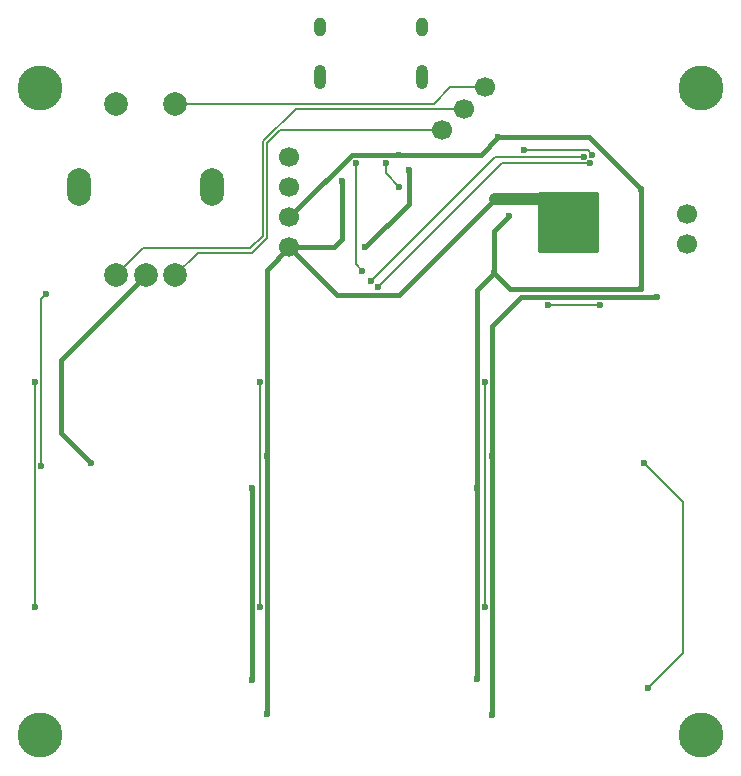
<source format=gbr>
G04 #@! TF.GenerationSoftware,KiCad,Pcbnew,(5.1.11)-1*
G04 #@! TF.CreationDate,2022-09-22T16:50:08+07:00*
G04 #@! TF.ProjectId,Satxri6key,53617478-7269-4366-9b65-792e6b696361,rev?*
G04 #@! TF.SameCoordinates,Original*
G04 #@! TF.FileFunction,Copper,L1,Top*
G04 #@! TF.FilePolarity,Positive*
%FSLAX45Y45*%
G04 Gerber Fmt 4.5, Leading zero omitted, Abs format (unit mm)*
G04 Created by KiCad (PCBNEW (5.1.11)-1) date 2022-09-22 16:50:08*
%MOMM*%
%LPD*%
G01*
G04 APERTURE LIST*
G04 #@! TA.AperFunction,ComponentPad*
%ADD10C,1.700000*%
G04 #@! TD*
G04 #@! TA.AperFunction,ComponentPad*
%ADD11C,2.000000*%
G04 #@! TD*
G04 #@! TA.AperFunction,ComponentPad*
%ADD12O,2.000000X3.200000*%
G04 #@! TD*
G04 #@! TA.AperFunction,ComponentPad*
%ADD13C,3.800000*%
G04 #@! TD*
G04 #@! TA.AperFunction,ComponentPad*
%ADD14O,1.000000X1.600000*%
G04 #@! TD*
G04 #@! TA.AperFunction,ComponentPad*
%ADD15O,1.000000X2.100000*%
G04 #@! TD*
G04 #@! TA.AperFunction,ComponentPad*
%ADD16C,0.500000*%
G04 #@! TD*
G04 #@! TA.AperFunction,ViaPad*
%ADD17C,0.600000*%
G04 #@! TD*
G04 #@! TA.AperFunction,Conductor*
%ADD18C,0.400000*%
G04 #@! TD*
G04 #@! TA.AperFunction,Conductor*
%ADD19C,1.000000*%
G04 #@! TD*
G04 #@! TA.AperFunction,Conductor*
%ADD20C,0.200000*%
G04 #@! TD*
G04 APERTURE END LIST*
D10*
X25981600Y-10039400D03*
X25981600Y-9785400D03*
X25981600Y-9531400D03*
X25981600Y-9277400D03*
D11*
X24515104Y-10275040D03*
X24765104Y-10275040D03*
X25015104Y-10275040D03*
D12*
X24205104Y-9525040D03*
X25325104Y-9525040D03*
D11*
X24515104Y-8825040D03*
X25015104Y-8825040D03*
D10*
X27457400Y-8864600D03*
X27277795Y-9044205D03*
X27637005Y-8684995D03*
D13*
X23872051Y-8691570D03*
X29467993Y-14168449D03*
X29467993Y-8691570D03*
X23872051Y-14168449D03*
D10*
X29349029Y-10009229D03*
X29349029Y-9755229D03*
D14*
X27102112Y-8177689D03*
X26238112Y-8177689D03*
D15*
X27102112Y-8595690D03*
X26238112Y-8595690D03*
D16*
X28111400Y-10064800D03*
X28228900Y-10064800D03*
X28346400Y-10064800D03*
X28463900Y-10064800D03*
X28581400Y-10064800D03*
X28111400Y-9947300D03*
X28228900Y-9947300D03*
X28346400Y-9947300D03*
X28463900Y-9947300D03*
X28581400Y-9947300D03*
X28111400Y-9829800D03*
X28228900Y-9829800D03*
X28346400Y-9829800D03*
X28463900Y-9829800D03*
X28581400Y-9829800D03*
X28111400Y-9712300D03*
X28228900Y-9712300D03*
X28346400Y-9712300D03*
X28463900Y-9712300D03*
X28581400Y-9712300D03*
X28111400Y-9594800D03*
X28228900Y-9594800D03*
X28346400Y-9594800D03*
X28463900Y-9594800D03*
X28581400Y-9594800D03*
G04 #@! TA.AperFunction,SMDPad,CuDef*
G36*
G01*
X28086400Y-10064800D02*
X28086400Y-9594800D01*
G75*
G02*
X28111400Y-9569800I25000J0D01*
G01*
X28581400Y-9569800D01*
G75*
G02*
X28606400Y-9594800I0J-25000D01*
G01*
X28606400Y-10064800D01*
G75*
G02*
X28581400Y-10089800I-25000J0D01*
G01*
X28111400Y-10089800D01*
G75*
G02*
X28086400Y-10064800I0J25000D01*
G01*
G37*
G04 #@! TD.AperFunction*
D17*
X25664960Y-13698690D03*
X25667269Y-12077131D03*
X27569960Y-13692340D03*
X27569960Y-12079440D03*
X26914520Y-9255080D03*
X27752040Y-9108440D03*
X28956000Y-10393680D03*
X28956000Y-9545320D03*
X27716480Y-10256520D03*
X27843480Y-9774560D03*
X27700440Y-13996200D03*
X27700440Y-11801640D03*
X25795440Y-11804180D03*
X25795440Y-13991120D03*
X26992500Y-9385380D03*
X26620745Y-10039625D03*
X26428288Y-9476328D03*
X29095700Y-10458920D03*
X24305083Y-11863000D03*
X26545000Y-9323800D03*
X26600785Y-10239375D03*
X26802080Y-9326880D03*
X26913840Y-9525000D03*
X27971750Y-9215760D03*
X28547231Y-9253086D03*
X28982600Y-11863000D03*
X29020700Y-13768000D03*
X28168600Y-10528300D03*
X28613100Y-10528300D03*
X23825200Y-11176000D03*
X23825200Y-13081000D03*
X25730200Y-11176000D03*
X25730200Y-13081000D03*
X27635200Y-11176000D03*
X27635200Y-13081000D03*
X26670000Y-10323200D03*
X28473400Y-9271000D03*
X26731103Y-10378440D03*
X28529635Y-9326240D03*
X23880440Y-11887200D03*
X23926170Y-10433680D03*
D18*
X25664960Y-12075960D02*
X25664960Y-13698690D01*
X27569960Y-12075960D02*
X27569960Y-12079440D01*
X27569960Y-12079440D02*
X27569960Y-13692340D01*
X26067625Y-9700625D02*
X25982625Y-9785625D01*
X26513170Y-9255080D02*
X26067625Y-9700625D01*
X26914520Y-9255080D02*
X26513170Y-9255080D01*
X28956000Y-9545320D02*
X28956000Y-9545320D01*
X27752040Y-9108440D02*
X28519120Y-9108440D01*
X28519120Y-9108440D02*
X28956000Y-9545320D01*
X28956000Y-9545320D02*
X28956000Y-10393680D01*
X27569960Y-12079440D02*
X27569960Y-10403040D01*
X27569960Y-10403040D02*
X27716480Y-10256520D01*
X27716480Y-10256520D02*
X27716480Y-9901560D01*
X27716480Y-9901560D02*
X27843480Y-9774560D01*
X27853640Y-10393680D02*
X27716480Y-10256520D01*
X28956000Y-10393680D02*
X27853640Y-10393680D01*
X27605400Y-9255080D02*
X27752040Y-9108440D01*
X26914520Y-9255080D02*
X27605400Y-9255080D01*
X27700440Y-13996200D02*
X27700440Y-11801640D01*
X25795440Y-13991120D02*
X25795440Y-11804180D01*
X26992500Y-9667870D02*
X26992500Y-9385380D01*
X26620745Y-10039625D02*
X26992500Y-9667870D01*
X25982625Y-10039625D02*
X26358575Y-10039625D01*
X26428288Y-9969912D02*
X26428288Y-9476328D01*
X26358575Y-10039625D02*
X26428288Y-9969912D01*
X25795440Y-10226810D02*
X25982625Y-10039625D01*
X25795440Y-11804180D02*
X25795440Y-10226810D01*
X27700440Y-11801640D02*
X27700440Y-10704360D01*
X27945880Y-10458920D02*
X27700440Y-10704360D01*
X29095700Y-10458920D02*
X27945880Y-10458920D01*
X26386680Y-10443680D02*
X25982625Y-10039625D01*
X27724100Y-9632950D02*
X26913370Y-10443680D01*
X28346400Y-9829800D02*
X28149550Y-9632950D01*
X26913370Y-10443680D02*
X26386680Y-10443680D01*
D19*
X28149550Y-9632950D02*
X27724100Y-9632950D01*
D18*
X24765104Y-10275040D02*
X24050726Y-10989418D01*
X24050726Y-10989418D02*
X24050726Y-11608642D01*
X24050726Y-11608642D02*
X24305083Y-11863000D01*
X24305083Y-11863000D02*
X24305083Y-11863000D01*
D20*
X26545000Y-10183590D02*
X26600785Y-10239375D01*
X26545000Y-9323800D02*
X26545000Y-10183590D01*
X26802080Y-9413240D02*
X26913840Y-9525000D01*
X26802080Y-9326880D02*
X26802080Y-9413240D01*
X27971750Y-9215760D02*
X28509905Y-9215760D01*
X28509905Y-9215760D02*
X28547231Y-9253086D01*
X29317950Y-13470750D02*
X29020700Y-13768000D01*
X28982600Y-11863000D02*
X29317950Y-12198350D01*
X29317950Y-12198350D02*
X29317950Y-13470750D01*
X28168600Y-10528300D02*
X28613100Y-10528300D01*
X23825200Y-11176000D02*
X23825200Y-13081000D01*
X25730200Y-11176000D02*
X25730200Y-13081000D01*
X27635200Y-11176000D02*
X27635200Y-13081000D01*
X27722200Y-9271000D02*
X28473400Y-9271000D01*
X26670000Y-10323200D02*
X27722200Y-9271000D01*
X26731103Y-10378440D02*
X27783303Y-9326240D01*
X27783303Y-9326240D02*
X28529635Y-9326240D01*
X23880440Y-11887200D02*
X23880440Y-10479410D01*
X23880440Y-10479410D02*
X23926170Y-10433680D01*
X25015104Y-10275040D02*
X25206344Y-10083800D01*
X25206344Y-10083800D02*
X25666700Y-10083800D01*
X25666700Y-10083800D02*
X25793700Y-9956800D01*
X25793700Y-9956800D02*
X25793700Y-9156700D01*
X25906195Y-9044205D02*
X25793700Y-9156700D01*
X27277795Y-9044205D02*
X25906195Y-9044205D01*
X26035962Y-8864600D02*
X25758459Y-9142103D01*
X27457400Y-8864600D02*
X26035962Y-8864600D01*
X25758459Y-9142103D02*
X25758459Y-9942203D01*
X25758459Y-9942203D02*
X25652103Y-10048559D01*
X24741585Y-10048559D02*
X24515104Y-10275040D01*
X25652103Y-10048559D02*
X24741585Y-10048559D01*
X25015104Y-8825040D02*
X27204860Y-8825040D01*
X27344905Y-8684995D02*
X27637005Y-8684995D01*
X27204860Y-8825040D02*
X27344905Y-8684995D01*
M02*

</source>
